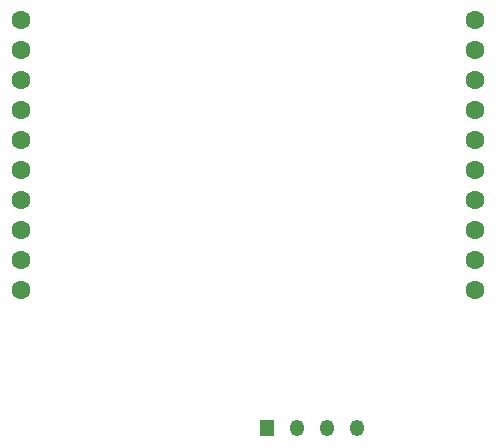
<source format=gbs>
G04*
G04 #@! TF.GenerationSoftware,Altium Limited,Altium Designer,22.11.1 (43)*
G04*
G04 Layer_Color=16711935*
%FSLAX25Y25*%
%MOIN*%
G70*
G04*
G04 #@! TF.SameCoordinates,D2032E32-7B9E-4814-9484-8CEA1A25EAEB*
G04*
G04*
G04 #@! TF.FilePolarity,Negative*
G04*
G01*
G75*
%ADD48O,0.04737X0.05524*%
%ADD49R,0.04737X0.05524*%
%ADD50C,0.06299*%
D48*
X119063Y7463D02*
D03*
X109063D02*
D03*
X99063D02*
D03*
D49*
X89063D02*
D03*
D50*
X158268Y143425D02*
D03*
Y133425D02*
D03*
Y123425D02*
D03*
Y113425D02*
D03*
Y103425D02*
D03*
Y93425D02*
D03*
Y83425D02*
D03*
Y73425D02*
D03*
Y63425D02*
D03*
Y53425D02*
D03*
X7087Y143425D02*
D03*
Y133425D02*
D03*
Y123425D02*
D03*
Y113425D02*
D03*
Y103425D02*
D03*
Y93425D02*
D03*
Y83425D02*
D03*
Y73425D02*
D03*
Y63425D02*
D03*
Y53425D02*
D03*
M02*

</source>
